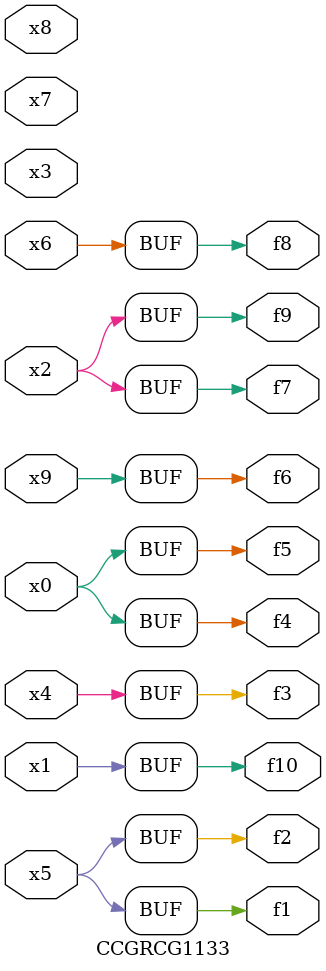
<source format=v>
module CCGRCG1133(
	input x0, x1, x2, x3, x4, x5, x6, x7, x8, x9,
	output f1, f2, f3, f4, f5, f6, f7, f8, f9, f10
);
	assign f1 = x5;
	assign f2 = x5;
	assign f3 = x4;
	assign f4 = x0;
	assign f5 = x0;
	assign f6 = x9;
	assign f7 = x2;
	assign f8 = x6;
	assign f9 = x2;
	assign f10 = x1;
endmodule

</source>
